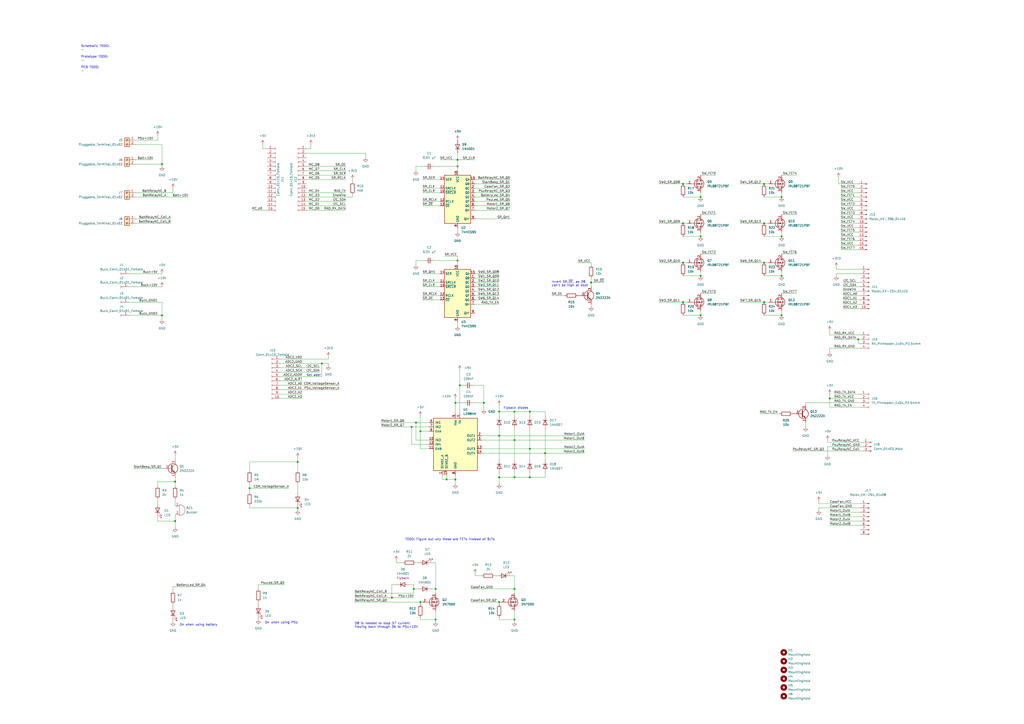
<source format=kicad_sch>
(kicad_sch (version 20211123) (generator eeschema)
  (paper "A2")
  (title_block (title "Greenhouse control unit") (date "2022-03-27") (rev "1"))
  (junction (at 264.16 233.68))
  (junction (at 307.34 276.86))
  (junction (at 101.6 279.4))
  (junction (at 316.23 262.89))
  (junction (at 243.84 250.19))
  (junction (at 252.73 341.63))
  (junction (at 259.08 278.13))
  (junction (at 265.43 151.13))
  (junction (at 298.45 341.63))
  (junction (at 266.7 223.52))
  (junction (at 396.24 175.26))
  (junction (at 298.45 359.41))
  (junction (at 264.16 278.13))
  (junction (at 406.4 114.3))
  (junction (at 252.73 359.41))
  (junction (at 93.98 182.88))
  (junction (at 241.3 245.11))
  (junction (at 280.67 233.68))
  (junction (at 243.84 349.25))
  (junction (at 298.45 255.27))
  (junction (at 307.34 238.76))
  (junction (at 453.39 114.3))
  (junction (at 298.45 238.76))
  (junction (at 186.69 210.82))
  (junction (at 443.23 152.4))
  (junction (at 497.84 196.85))
  (junction (at 396.24 152.4))
  (junction (at 172.72 294.64))
  (junction (at 406.4 182.88))
  (junction (at 101.6 302.26))
  (junction (at 265.43 92.71))
  (junction (at 307.34 260.35))
  (junction (at 481.33 231.14))
  (junction (at 453.39 182.88))
  (junction (at 453.39 137.16))
  (junction (at 406.4 160.02))
  (junction (at 406.4 137.16))
  (junction (at 396.24 129.54))
  (junction (at 265.43 96.52))
  (junction (at 298.45 276.86))
  (junction (at 144.78 283.21))
  (junction (at 289.56 276.86))
  (junction (at 93.98 95.25))
  (junction (at 240.03 341.63))
  (junction (at 289.56 349.25))
  (junction (at 238.76 247.65))
  (junction (at 227.33 346.71))
  (junction (at 443.23 106.68))
  (junction (at 396.24 106.68))
  (junction (at 289.56 252.73))
  (junction (at 443.23 129.54))
  (junction (at 342.9 163.83))
  (junction (at 453.39 160.02))
  (junction (at 289.56 238.76))
  (junction (at 443.23 175.26))
  (junction (at 172.72 267.97))
  (wire (pts (xy 481.33 201.93) (xy 481.33 204.47)))
  (wire (pts (xy 190.5 207.01) (xy 190.5 208.28)))
  (wire (pts (xy 177.8 101.6) (xy 200.66 101.6)))
  (wire (pts (xy 289.56 252.73) (xy 289.56 266.7)))
  (wire (pts (xy 485.14 156.21) (xy 485.14 154.94)))
  (wire (pts (xy 275.59 168.91) (xy 289.56 168.91)))
  (wire (pts (xy 265.43 148.59) (xy 265.43 151.13)))
  (wire (pts (xy 275.59 158.75) (xy 289.56 158.75)))
  (wire (pts (xy 240.03 339.09) (xy 240.03 341.63)))
  (wire (pts (xy 279.4 262.89) (xy 316.23 262.89)))
  (wire (pts (xy 177.8 96.52) (xy 200.66 96.52)))
  (wire (pts (xy 275.59 119.38) (xy 295.91 119.38)))
  (wire (pts (xy 481.33 297.18) (xy 499.11 297.18)))
  (wire (pts (xy 481.33 299.72) (xy 499.11 299.72)))
  (wire (pts (xy 100.33 351.79) (xy 100.33 350.52)))
  (wire (pts (xy 101.6 279.4) (xy 91.44 279.4)))
  (wire (pts (xy 298.45 238.76) (xy 307.34 238.76)))
  (wire (pts (xy 93.98 95.25) (xy 93.98 96.52)))
  (wire (pts (xy 487.68 137.16) (xy 497.84 137.16)))
  (wire (pts (xy 499.11 156.21) (xy 485.14 156.21)))
  (wire (pts (xy 250.19 341.63) (xy 252.73 341.63)))
  (wire (pts (xy 273.05 349.25) (xy 289.56 349.25)))
  (wire (pts (xy 100.33 359.41) (xy 100.33 360.68)))
  (wire (pts (xy 316.23 248.92) (xy 316.23 262.89)))
  (wire (pts (xy 180.34 86.36) (xy 180.34 83.82)))
  (wire (pts (xy 480.06 256.54) (xy 500.38 256.54)))
  (wire (pts (xy 406.4 137.16) (xy 406.4 134.62)))
  (wire (pts (xy 144.78 283.21) (xy 167.64 283.21)))
  (wire (pts (xy 497.84 196.85) (xy 499.11 196.85)))
  (wire (pts (xy 252.73 341.63) (xy 252.73 344.17)))
  (wire (pts (xy 204.47 114.3) (xy 204.47 113.03)))
  (wire (pts (xy 443.23 129.54) (xy 445.77 129.54)))
  (wire (pts (xy 279.4 260.35) (xy 307.34 260.35)))
  (wire (pts (xy 78.74 92.71) (xy 88.9 92.71)))
  (wire (pts (xy 487.68 132.08) (xy 497.84 132.08)))
  (wire (pts (xy 177.8 116.84) (xy 200.66 116.84)))
  (wire (pts (xy 275.59 127) (xy 295.91 127)))
  (wire (pts (xy 91.44 299.72) (xy 91.44 302.26)))
  (wire (pts (xy 78.74 111.76) (xy 100.33 111.76)))
  (wire (pts (xy 101.6 289.56) (xy 101.6 293.37)))
  (wire (pts (xy 275.59 109.22) (xy 295.91 109.22)))
  (wire (pts (xy 93.98 182.88) (xy 93.98 185.42)))
  (wire (pts (xy 342.9 163.83) (xy 342.9 166.37)))
  (wire (pts (xy 144.78 294.64) (xy 172.72 294.64)))
  (wire (pts (xy 78.74 114.3) (xy 109.22 114.3)))
  (wire (pts (xy 275.59 161.29) (xy 289.56 161.29)))
  (wire (pts (xy 481.33 194.31) (xy 499.11 194.31)))
  (wire (pts (xy 241.3 96.52) (xy 241.3 99.06)))
  (wire (pts (xy 396.24 137.16) (xy 406.4 137.16)))
  (wire (pts (xy 289.56 350.52) (xy 289.56 349.25)))
  (wire (pts (xy 241.3 255.27) (xy 241.3 245.11)))
  (wire (pts (xy 93.98 83.82) (xy 93.98 95.25)))
  (wire (pts (xy 252.73 326.39) (xy 252.73 341.63)))
  (wire (pts (xy 298.45 334.01) (xy 298.45 341.63)))
  (wire (pts (xy 241.3 151.13) (xy 241.3 153.67)))
  (wire (pts (xy 172.72 280.67) (xy 172.72 285.75)))
  (wire (pts (xy 144.78 267.97) (xy 144.78 273.05)))
  (wire (pts (xy 275.59 104.14) (xy 295.91 104.14)))
  (wire (pts (xy 429.26 152.4) (xy 443.23 152.4)))
  (wire (pts (xy 429.26 106.68) (xy 443.23 106.68)))
  (wire (pts (xy 245.11 158.75) (xy 255.27 158.75)))
  (wire (pts (xy 298.45 341.63) (xy 298.45 344.17)))
  (wire (pts (xy 162.56 218.44) (xy 186.69 218.44)))
  (wire (pts (xy 467.36 245.11) (xy 467.36 247.65)))
  (wire (pts (xy 177.8 88.9) (xy 212.09 88.9)))
  (wire (pts (xy 406.4 182.88) (xy 406.4 180.34)))
  (wire (pts (xy 243.84 250.19) (xy 248.92 250.19)))
  (wire (pts (xy 289.56 248.92) (xy 289.56 252.73)))
  (wire (pts (xy 275.59 332.74) (xy 275.59 334.01)))
  (wire (pts (xy 487.68 144.78) (xy 497.84 144.78)))
  (wire (pts (xy 100.33 340.36) (xy 100.33 342.9)))
  (wire (pts (xy 481.33 231.14) (xy 499.11 231.14)))
  (wire (pts (xy 227.33 339.09) (xy 229.87 339.09)))
  (wire (pts (xy 264.16 275.59) (xy 264.16 278.13)))
  (wire (pts (xy 101.6 264.16) (xy 101.6 266.7)))
  (wire (pts (xy 251.46 151.13) (xy 265.43 151.13)))
  (wire (pts (xy 275.59 114.3) (xy 295.91 114.3)))
  (wire (pts (xy 243.84 349.25) (xy 245.11 349.25)))
  (wire (pts (xy 243.84 260.35) (xy 248.92 260.35)))
  (wire (pts (xy 152.4 83.82) (xy 152.4 86.36)))
  (wire (pts (xy 93.98 271.78) (xy 77.47 271.78)))
  (wire (pts (xy 204.47 104.14) (xy 204.47 105.41)))
  (wire (pts (xy 256.54 278.13) (xy 259.08 278.13)))
  (wire (pts (xy 246.38 151.13) (xy 241.3 151.13)))
  (wire (pts (xy 406.4 147.32) (xy 415.29 147.32)))
  (wire (pts (xy 488.95 166.37) (xy 499.11 166.37)))
  (wire (pts (xy 487.68 109.22) (xy 497.84 109.22)))
  (wire (pts (xy 307.34 274.32) (xy 307.34 276.86)))
  (wire (pts (xy 316.23 276.86) (xy 307.34 276.86)))
  (wire (pts (xy 350.52 163.83) (xy 342.9 163.83)))
  (wire (pts (xy 177.8 104.14) (xy 200.66 104.14)))
  (wire (pts (xy 229.87 326.39) (xy 233.68 326.39)))
  (wire (pts (xy 429.26 175.26) (xy 443.23 175.26)))
  (wire (pts (xy 74.93 166.37) (xy 93.98 166.37)))
  (wire (pts (xy 275.59 163.83) (xy 289.56 163.83)))
  (wire (pts (xy 101.6 302.26) (xy 101.6 306.07)))
  (wire (pts (xy 165.1 339.09) (xy 149.86 339.09)))
  (wire (pts (xy 275.59 334.01) (xy 279.4 334.01)))
  (wire (pts (xy 481.33 236.22) (xy 499.11 236.22)))
  (wire (pts (xy 307.34 238.76) (xy 307.34 241.3)))
  (wire (pts (xy 266.7 223.52) (xy 266.7 240.03)))
  (wire (pts (xy 453.39 170.18) (xy 462.28 170.18)))
  (wire (pts (xy 499.11 201.93) (xy 481.33 201.93)))
  (wire (pts (xy 289.56 238.76) (xy 298.45 238.76)))
  (wire (pts (xy 342.9 176.53) (xy 342.9 177.8)))
  (wire (pts (xy 298.45 276.86) (xy 307.34 276.86)))
  (wire (pts (xy 275.59 106.68) (xy 295.91 106.68)))
  (wire (pts (xy 443.23 152.4) (xy 445.77 152.4)))
  (wire (pts (xy 287.02 334.01) (xy 288.29 334.01)))
  (wire (pts (xy 243.84 359.41) (xy 252.73 359.41)))
  (wire (pts (xy 488.95 171.45) (xy 499.11 171.45)))
  (wire (pts (xy 483.87 196.85) (xy 497.84 196.85)))
  (wire (pts (xy 100.33 109.22) (xy 100.33 111.76)))
  (wire (pts (xy 396.24 152.4) (xy 398.78 152.4)))
  (wire (pts (xy 289.56 274.32) (xy 289.56 276.86)))
  (wire (pts (xy 162.56 220.98) (xy 175.26 220.98)))
  (wire (pts (xy 144.78 283.21) (xy 144.78 285.75)))
  (wire (pts (xy 443.23 106.68) (xy 445.77 106.68)))
  (wire (pts (xy 162.56 231.14) (xy 175.26 231.14)))
  (wire (pts (xy 265.43 96.52) (xy 265.43 99.06)))
  (wire (pts (xy 298.45 255.27) (xy 298.45 266.7)))
  (wire (pts (xy 279.4 255.27) (xy 298.45 255.27)))
  (wire (pts (xy 149.86 339.09) (xy 149.86 341.63)))
  (wire (pts (xy 252.73 354.33) (xy 252.73 359.41)))
  (wire (pts (xy 382.27 175.26) (xy 396.24 175.26)))
  (wire (pts (xy 474.98 294.64) (xy 499.11 294.64)))
  (wire (pts (xy 289.56 349.25) (xy 290.83 349.25)))
  (wire (pts (xy 177.8 121.92) (xy 200.66 121.92)))
  (wire (pts (xy 186.69 210.82) (xy 190.5 210.82)))
  (wire (pts (xy 177.8 119.38) (xy 200.66 119.38)))
  (wire (pts (xy 144.78 267.97) (xy 172.72 267.97)))
  (wire (pts (xy 289.56 234.95) (xy 289.56 238.76)))
  (wire (pts (xy 467.36 233.68) (xy 499.11 233.68)))
  (wire (pts (xy 119.38 340.36) (xy 100.33 340.36)))
  (wire (pts (xy 487.68 139.7) (xy 497.84 139.7)))
  (wire (pts (xy 144.78 293.37) (xy 144.78 294.64)))
  (wire (pts (xy 74.93 175.26) (xy 93.98 175.26)))
  (wire (pts (xy 172.72 294.64) (xy 172.72 295.91)))
  (wire (pts (xy 486.41 102.87) (xy 486.41 106.68)))
  (wire (pts (xy 488.95 176.53) (xy 499.11 176.53)))
  (wire (pts (xy 499.11 199.39) (xy 497.84 199.39)))
  (wire (pts (xy 280.67 223.52) (xy 274.32 223.52)))
  (wire (pts (xy 257.81 148.59) (xy 265.43 148.59)))
  (wire (pts (xy 252.73 326.39) (xy 250.19 326.39)))
  (wire (pts (xy 440.69 240.03) (xy 452.12 240.03)))
  (wire (pts (xy 245.11 111.76) (xy 255.27 111.76)))
  (wire (pts (xy 275.59 116.84) (xy 295.91 116.84)))
  (wire (pts (xy 289.56 358.14) (xy 289.56 359.41)))
  (wire (pts (xy 246.38 96.52) (xy 241.3 96.52)))
  (wire (pts (xy 275.59 111.76) (xy 295.91 111.76)))
  (wire (pts (xy 205.74 349.25) (xy 243.84 349.25)))
  (wire (pts (xy 243.84 250.19) (xy 243.84 260.35)))
  (wire (pts (xy 429.26 129.54) (xy 443.23 129.54)))
  (wire (pts (xy 289.56 359.41) (xy 298.45 359.41)))
  (wire (pts (xy 481.33 304.8) (xy 499.11 304.8)))
  (wire (pts (xy 289.56 252.73) (xy 339.09 252.73)))
  (wire (pts (xy 264.16 233.68) (xy 264.16 240.03)))
  (wire (pts (xy 264.16 278.13) (xy 264.16 280.67)))
  (wire (pts (xy 212.09 88.9) (xy 212.09 91.44)))
  (wire (pts (xy 275.59 121.92) (xy 295.91 121.92)))
  (wire (pts (xy 91.44 279.4) (xy 91.44 281.94)))
  (wire (pts (xy 248.92 255.27) (xy 241.3 255.27)))
  (wire (pts (xy 245.11 119.38) (xy 255.27 119.38)))
  (wire (pts (xy 307.34 260.35) (xy 307.34 266.7)))
  (wire (pts (xy 275.59 92.71) (xy 265.43 92.71)))
  (wire (pts (xy 316.23 274.32) (xy 316.23 276.86)))
  (wire (pts (xy 220.98 245.11) (xy 241.3 245.11)))
  (wire (pts (xy 243.84 358.14) (xy 243.84 359.41)))
  (wire (pts (xy 289.56 238.76) (xy 289.56 241.3)))
  (wire (pts (xy 474.98 290.83) (xy 474.98 292.1)))
  (wire (pts (xy 149.86 358.14) (xy 149.86 359.41)))
  (wire (pts (xy 245.11 116.84) (xy 255.27 116.84)))
  (wire (pts (xy 298.45 238.76) (xy 298.45 241.3)))
  (wire (pts (xy 101.6 279.4) (xy 101.6 281.94)))
  (wire (pts (xy 78.74 95.25) (xy 93.98 95.25)))
  (wire (pts (xy 396.24 114.3) (xy 406.4 114.3)))
  (wire (pts (xy 443.23 182.88) (xy 453.39 182.88)))
  (wire (pts (xy 481.33 191.77) (xy 481.33 194.31)))
  (wire (pts (xy 453.39 160.02) (xy 453.39 157.48)))
  (wire (pts (xy 245.11 104.14) (xy 255.27 104.14)))
  (wire (pts (xy 265.43 92.71) (xy 265.43 96.52)))
  (wire (pts (xy 443.23 114.3) (xy 453.39 114.3)))
  (wire (pts (xy 487.68 124.46) (xy 497.84 124.46)))
  (wire (pts (xy 488.95 163.83) (xy 499.11 163.83)))
  (wire (pts (xy 481.33 231.14) (xy 481.33 236.22)))
  (wire (pts (xy 265.43 134.62) (xy 265.43 132.08)))
  (wire (pts (xy 483.87 228.6) (xy 499.11 228.6)))
  (wire (pts (xy 487.68 134.62) (xy 497.84 134.62)))
  (wire (pts (xy 487.68 114.3) (xy 497.84 114.3)))
  (wire (pts (xy 162.56 208.28) (xy 190.5 208.28)))
  (wire (pts (xy 453.39 124.46) (xy 462.28 124.46)))
  (wire (pts (xy 342.9 161.29) (xy 342.9 163.83)))
  (wire (pts (xy 487.68 116.84) (xy 497.84 116.84)))
  (wire (pts (xy 177.8 111.76) (xy 200.66 111.76)))
  (wire (pts (xy 382.27 106.68) (xy 396.24 106.68)))
  (wire (pts (xy 78.74 81.28) (xy 91.44 81.28)))
  (wire (pts (xy 275.59 166.37) (xy 289.56 166.37)))
  (wire (pts (xy 474.98 295.91) (xy 474.98 294.64)))
  (wire (pts (xy 487.68 119.38) (xy 497.84 119.38)))
  (wire (pts (xy 177.8 114.3) (xy 204.47 114.3)))
  (wire (pts (xy 91.44 302.26) (xy 101.6 302.26)))
  (wire (pts (xy 162.56 228.6) (xy 175.26 228.6)))
  (wire (pts (xy 274.32 233.68) (xy 280.67 233.68)))
  (wire (pts (xy 497.84 196.85) (xy 497.84 199.39)))
  (wire (pts (xy 162.56 213.36) (xy 185.42 213.36)))
  (wire (pts (xy 487.68 142.24) (xy 497.84 142.24)))
  (wire (pts (xy 101.6 276.86) (xy 101.6 279.4)))
  (wire (pts (xy 298.45 248.92) (xy 298.45 255.27)))
  (wire (pts (xy 251.46 96.52) (xy 265.43 96.52)))
  (wire (pts (xy 238.76 247.65) (xy 248.92 247.65)))
  (wire (pts (xy 74.93 182.88) (xy 93.98 182.88)))
  (wire (pts (xy 245.11 166.37) (xy 255.27 166.37)))
  (wire (pts (xy 289.56 276.86) (xy 298.45 276.86)))
  (wire (pts (xy 453.39 137.16) (xy 453.39 134.62)))
  (wire (pts (xy 243.84 349.25) (xy 243.84 350.52)))
  (wire (pts (xy 487.68 127) (xy 497.84 127)))
  (wire (pts (xy 481.33 302.26) (xy 499.11 302.26)))
  (wire (pts (xy 255.27 92.71) (xy 265.43 92.71)))
  (wire (pts (xy 485.14 158.75) (xy 485.14 160.02)))
  (wire (pts (xy 298.45 354.33) (xy 298.45 359.41)))
  (wire (pts (xy 342.9 152.4) (xy 342.9 153.67)))
  (wire (pts (xy 172.72 267.97) (xy 172.72 273.05)))
  (wire (pts (xy 295.91 334.01) (xy 298.45 334.01)))
  (wire (pts (xy 240.03 341.63) (xy 240.03 344.17)))
  (wire (pts (xy 264.16 231.14) (xy 264.16 233.68)))
  (wire (pts (xy 275.59 173.99) (xy 289.56 173.99)))
  (wire (pts (xy 487.68 121.92) (xy 497.84 121.92)))
  (wire (pts (xy 101.6 298.45) (xy 101.6 302.26)))
  (wire (pts (xy 480.06 255.27) (xy 480.06 256.54)))
  (wire (pts (xy 93.98 175.26) (xy 93.98 182.88)))
  (wire (pts (xy 480.06 259.08) (xy 500.38 259.08)))
  (wire (pts (xy 443.23 175.26) (xy 445.77 175.26)))
  (wire (pts (xy 162.56 226.06) (xy 196.85 226.06)))
  (wire (pts (xy 316.23 241.3) (xy 316.23 238.76)))
  (wire (pts (xy 245.11 109.22) (xy 255.27 109.22)))
  (wire (pts (xy 459.74 261.62) (xy 500.38 261.62)))
  (wire (pts (xy 78.74 129.54) (xy 99.06 129.54)))
  (wire (pts (xy 486.41 106.68) (xy 497.84 106.68)))
  (wire (pts (xy 241.3 245.11) (xy 248.92 245.11)))
  (wire (pts (xy 443.23 137.16) (xy 453.39 137.16)))
  (wire (pts (xy 256.54 275.59) (xy 256.54 278.13)))
  (wire (pts (xy 474.98 292.1) (xy 499.11 292.1)))
  (wire (pts (xy 307.34 238.76) (xy 316.23 238.76)))
  (wire (pts (xy 467.36 234.95) (xy 467.36 233.68)))
  (wire (pts (xy 252.73 360.68) (xy 252.73 359.41)))
  (wire (pts (xy 152.4 86.36) (xy 154.94 86.36)))
  (wire (pts (xy 240.03 341.63) (xy 242.57 341.63)))
  (wire (pts (xy 149.86 350.52) (xy 149.86 349.25)))
  (wire (pts (xy 298.45 255.27) (xy 339.09 255.27)))
  (wire (pts (xy 259.08 275.59) (xy 259.08 278.13)))
  (wire (pts (xy 177.8 99.06) (xy 200.66 99.06)))
  (wire (pts (xy 499.11 158.75) (xy 485.14 158.75)))
  (wire (pts (xy 307.34 248.92) (xy 307.34 260.35)))
  (wire (pts (xy 316.23 262.89) (xy 339.09 262.89)))
  (wire (pts (xy 316.23 262.89) (xy 316.23 266.7)))
  (wire (pts (xy 74.93 158.75) (xy 93.98 158.75)))
  (wire (pts (xy 78.74 127) (xy 99.06 127)))
  (wire (pts (xy 487.68 111.76) (xy 497.84 111.76)))
  (wire (pts (xy 280.67 233.68) (xy 280.67 223.52)))
  (wire (pts (xy 238.76 247.65) (xy 238.76 257.81)))
  (wire (pts (xy 190.5 212.09) (xy 190.5 210.82)))
  (wire (pts (xy 396.24 182.88) (xy 406.4 182.88)))
  (wire (pts (xy 265.43 151.13) (xy 265.43 153.67)))
  (wire (pts (xy 265.43 88.9) (xy 265.43 92.71)))
  (wire (pts (xy 298.45 274.32) (xy 298.45 276.86)))
  (wire (pts (xy 241.3 326.39) (xy 242.57 326.39)))
  (wire (pts (xy 462.28 101.6) (xy 453.39 101.6)))
  (wire (pts (xy 307.34 260.35) (xy 339.09 260.35)))
  (wire (pts (xy 162.56 215.9) (xy 185.42 215.9)))
  (wire (pts (xy 245.11 163.83) (xy 255.27 163.83)))
  (wire (pts (xy 406.4 114.3) (xy 406.4 111.76)))
  (wire (pts (xy 320.04 171.45) (xy 327.66 171.45)))
  (wire (pts (xy 415.29 101.6) (xy 406.4 101.6)))
  (wire (pts (xy 335.28 152.4) (xy 342.9 152.4)))
  (wire (pts (xy 259.08 278.13) (xy 264.16 278.13)))
  (wire (pts (xy 488.95 173.99) (xy 499.11 173.99)))
  (wire (pts (xy 266.7 214.63) (xy 266.7 223.52)))
  (wire (pts (xy 488.95 168.91) (xy 499.11 168.91)))
  (wire (pts (xy 205.74 346.71) (xy 227.33 346.71)))
  (wire (pts (xy 382.27 152.4) (xy 396.24 152.4)))
  (wire (pts (xy 78.74 83.82) (xy 93.98 83.82)))
  (wire (pts (xy 220.98 247.65) (xy 238.76 247.65)))
  (wire (pts (xy 487.68 129.54) (xy 497.84 129.54)))
  (wire (pts (xy 245.11 173.99) (xy 255.27 173.99)))
  (wire (pts (xy 453.39 182.88) (xy 453.39 180.34)))
  (wire (pts (xy 245.11 171.45) (xy 255.27 171.45)))
  (wire (pts (xy 396.24 160.02) (xy 406.4 160.02)))
  (wire (pts (xy 177.8 86.36) (xy 180.34 86.36)))
  (wire (pts (xy 453.39 114.3) (xy 453.39 111.76)))
  (wire (pts (xy 238.76 257.81) (xy 248.92 257.81)))
  (wire (pts (xy 162.56 223.52) (xy 196.85 223.52)))
  (wire (pts (xy 481.33 228.6) (xy 481.33 231.14)))
  (wire (pts (xy 406.4 170.18) (xy 415.29 170.18)))
  (wire (pts (xy 275.59 176.53) (xy 289.56 176.53)))
  (wire (pts (xy 289.56 276.86) (xy 289.56 280.67)))
  (wire (pts (xy 443.23 160.02) (xy 453.39 160.02)))
  (wire (pts (xy 266.7 223.52) (xy 269.24 223.52)))
  (wire (pts (xy 172.72 265.43) (xy 172.72 267.97)))
  (wire (pts (xy 280.67 233.68) (xy 280.67 237.49)))
  (wire (pts (xy 227.33 346.71) (xy 240.03 346.71)))
  (wire (pts (xy 396.24 129.54) (xy 398.78 129.54)))
  (wire (pts (xy 186.69 210.82) (xy 186.69 218.44)))
  (wire (pts (xy 382.27 129.54) (xy 396.24 129.54)))
  (wire (pts (xy 453.39 147.32) (xy 462.28 147.32)))
  (wire (pts (xy 406.4 124.46) (xy 415.29 124.46)))
  (wire (pts (xy 279.4 252.73) (xy 289.56 252.73)))
  (wire (pts (xy 162.56 210.82) (xy 186.69 210.82)))
  (wire (pts (xy 264.16 233.68) (xy 269.24 233.68)))
  (wire (pts (xy 227.33 339.09) (xy 227.33 346.71)))
  (wire (pts (xy 480.06 264.16) (xy 480.06 259.08)))
  (wire (pts (xy 243.84 241.3) (xy 243.84 250.19)))
  (wire (pts (xy 406.4 160.02) (xy 406.4 157.48)))
  (wire (pts (xy 275.59 171.45) (xy 289.56 171.45)))
  (wire (pts (xy 91.44 78.74) (xy 91.44 81.28)))
  (wire (pts (xy 298.45 360.68) (xy 298.45 359.41)))
  (wire (pts (xy 146.05 121.92) (xy 154.94 121.92)))
  (wire (pts (xy 229.87 325.12) (xy 229.87 326.39)))
  (wire (pts (xy 273.05 341.63) (xy 298.45 341.63)))
  (wire (pts (xy 488.95 179.07) (xy 499.11 179.07)))
  (wire (pts (xy 265.43 189.23) (xy 265.43 186.69)))
  (wire (pts (xy 144.78 280.67) (xy 144.78 283.21)))
  (wire (pts (xy 91.44 289.56) (xy 91.44 292.1)))
  (wire (pts (xy 172.72 293.37) (xy 172.72 294.64)))
  (wire (pts (xy 205.74 344.17) (xy 240.03 344.17)))
  (wire (pts (xy 396.24 106.68) (xy 398.78 106.68)))
  (wire (pts (xy 396.24 175.26) (xy 398.78 175.26)))
  (wire (pts (xy 237.49 339.09) (xy 240.03 339.09)))
  (text "On when using battery" (at 104.14 363.22 0) (effects (font (size 1.27 1.27)) (justify left bottom)))
  (text "D8 is needed to stop D7 current\nflowing back through D6 to PSU+10V" (at 205.74 364.49 0) (effects (font (size 1.27 1.27)) (justify left bottom)))
  (text "Flyback diodes" (at 292.1 237.49 0) (effects (font (size 1.27 1.27)) (justify left bottom)))
  (text "Set addr" (at 177.8 218.44 0) (effects (font (size 1.27 1.27)) (justify left bottom)))
  (text "TODO: Figure out why these are FETs instead of BJTs" (at 234.95 313.69 0) (effects (font (size 1.27 1.27)) (justify left bottom)))
  (text "On when using PSU" (at 153.67 361.95 0) (effects (font (size 1.27 1.27)) (justify left bottom)))
  (text "Schematic TODO: \n- \n\nPrototype TODO:\n- \n\nPCB TODO:\n- " (at 46.99 41.91 0) (effects (font (size 1.27 1.27)) (justify left bottom)))
  (text "Invert SR_~{OE}, as D8 \ncan't be high at boot" (at 320.04 166.37 0) (effects (font (size 1.27 1.27)) (justify left bottom)))
  (label "ADC2_A1" (at 175.26 226.06 180))
  (label "SW_VCC" (at 487.68 111.76 0))
  (label "SW_FET0" (at 487.68 109.22 0))
  (label "COM_VoltageSensor_A" (at 167.64 283.21 180))
  (label "BatteryLed_SR_Q4" (at 295.91 114.3 180))
  (label "PsuRelayNC_SR_Q3" (at 295.91 111.76 180))
  (label "MC_D6" (at 185.42 101.6 180))
  (label "SR_VCC" (at 257.81 148.59 0))
  (label "SW_FET3" (at 487.68 124.46 0))
  (label "MC_D0" (at 185.42 121.92 180))
  (label "ADC2_A2" (at 175.26 228.6 180))
  (label "OneWire" (at 200.66 114.3 180))
  (label "SW5_SR_Q13" (at 289.56 171.45 180))
  (label "PSU+10V" (at 88.9 81.28 180))
  (label "SW_FET0" (at 415.29 101.6 180))
  (label "SW_FET6" (at 462.28 147.32 180))
  (label "SR_SER" (at 245.11 104.14 0))
  (label "SW_FET7" (at 462.28 170.18 180))
  (label "Batt+10V" (at 88.9 92.71 180))
  (label "Motor1_SR_Q6" (at 220.98 245.11 0))
  (label "SR_OE" (at 320.04 171.45 0))
  (label "MC_A0" (at 146.05 121.92 0))
  (label "PsuRelayNC_Coil" (at 482.6 261.62 0))
  (label "SR_QH1" (at 295.91 127 180))
  (label "SW_FET1" (at 487.68 114.3 0))
  (label "PsuLed_SR_Q5" (at 295.91 116.84 180))
  (label "SW1_SR_Q09" (at 382.27 129.54 0))
  (label "BattRelayNC_Coil_A" (at 205.74 346.71 0))
  (label "ADC2_SCL" (at 175.26 213.36 180))
  (label "RAD_TX_EN" (at 440.69 240.03 0))
  (label "CaseFan_GND" (at 273.05 341.63 0))
  (label "BattRelayNC_Coil_B" (at 205.74 344.17 0))
  (label "SW6_SR_Q14" (at 289.56 173.99 180))
  (label "BattRelayNC_A" (at 96.52 114.3 180))
  (label "SW6_SR_Q14" (at 429.26 152.4 0))
  (label "ADC2_A3" (at 175.26 231.14 180))
  (label "RAD_TX_VCC" (at 483.87 231.14 0))
  (label "SW_VCC" (at 487.68 142.24 0))
  (label "PsuRelayNC_SR_Q3" (at 459.74 261.62 0))
  (label "SR_CLK" (at 245.11 109.22 0))
  (label "MC_D8" (at 185.42 96.52 180))
  (label "ADC2_ALRT" (at 175.26 220.98 180))
  (label "SW_VCC" (at 487.68 137.16 0))
  (label "SW2_SR_Q10" (at 289.56 163.83 180))
  (label "OneWire" (at 488.95 168.91 0))
  (label "Buck_GND1" (at 91.44 175.26 180))
  (label "RAD_RX_GND" (at 483.87 201.93 0))
  (label "SW7_SR_Q15" (at 429.26 175.26 0))
  (label "PsuRelayNC_VCC" (at 482.6 256.54 0))
  (label "MC_D5" (at 185.42 104.14 180))
  (label "RAD_RX_DATA" (at 483.87 196.85 0))
  (label "I2C_SCL" (at 488.95 163.83 0))
  (label "SW_FET1" (at 415.29 124.46 180))
  (label "ADC1_A3" (at 488.95 179.07 0))
  (label "ADC1_A2" (at 488.95 176.53 0))
  (label "SR_RCLK" (at 245.11 171.45 0))
  (label "SW1_SR_Q09" (at 289.56 161.29 180))
  (label "MC_D1" (at 185.42 119.38 180))
  (label "PsuLed_SR_Q5" (at 165.1 339.09 180))
  (label "SR_RCLK" (at 245.11 116.84 0))
  (label "Motor2_OutA" (at 339.09 260.35 180))
  (label "Motor1_OutA" (at 481.33 297.18 0))
  (label "BattRelayNC_SR_Q0" (at 295.91 104.14 180))
  (label "SR_CLR" (at 245.11 111.76 0))
  (label "SR_CLR" (at 275.59 92.71 180))
  (label "SW0_SR_Q08" (at 289.56 158.75 180))
  (label "ADC1_A0" (at 488.95 171.45 0))
  (label "SW_FET6" (at 487.68 139.7 0))
  (label "SR_~{OE}" (at 245.11 119.38 0))
  (label "CaseFan_SR_Q2" (at 295.91 109.22 180))
  (label "Buck_GND2" (at 91.44 182.88 180))
  (label "I2C_SDA" (at 488.95 166.37 0))
  (label "SW0_SR_Q08" (at 382.27 106.68 0))
  (label "BattRelayNC_SR_Q0" (at 205.74 349.25 0))
  (label "PSU_VoltageSensor_A" (at 196.85 226.06 180))
  (label "Motor1_OutB" (at 481.33 299.72 0))
  (label "StartBeep_SR_Q1" (at 295.91 106.68 180))
  (label "I2C_SDA" (at 185.42 215.9 180))
  (label "MC_D7" (at 185.42 99.06 180))
  (label "SW_FET2" (at 487.68 119.38 0))
  (label "SW_FET5" (at 487.68 134.62 0))
  (label "SW_FET4" (at 487.68 129.54 0))
  (label "CaseFan_GND" (at 481.33 294.64 0))
  (label "SW_FET5" (at 462.28 124.46 180))
  (label "RAD_TX_DATA" (at 483.87 228.6 0))
  (label "SR_OE" (at 200.66 96.52 180))
  (label "SW3_SR_Q11" (at 289.56 166.37 180))
  (label "BattRelayNC_Coil_A" (at 99.06 127 180))
  (label "CaseFan_SR_Q2" (at 273.05 349.25 0))
  (label "RAD_TX" (at 200.66 111.76 180))
  (label "Motor1_SR_Q6" (at 295.91 119.38 180))
  (label "Buck+10V" (at 91.44 166.37 180))
  (label "PsuRelayNC_GND" (at 482.6 259.08 0))
  (label "SR_VCC" (at 255.27 92.71 0))
  (label "SW_VCC" (at 487.68 116.84 0))
  (label "I2C_SDA" (at 200.66 116.84 180))
  (label "SW_VCC" (at 487.68 127 0))
  (label "I2C_SCL" (at 200.66 119.38 180))
  (label "MC_D2" (at 185.42 116.84 180))
  (label "MC_D4" (at 185.42 111.76 180))
  (label "ADC2_SCA" (at 175.26 215.9 180))
  (label "SR_CLK" (at 200.66 99.06 180))
  (label "MC_D3" (at 185.42 114.3 180))
  (label "SR_QH1" (at 245.11 158.75 0))
  (label "SW5_SR_Q13" (at 429.26 129.54 0))
  (label "Motor2_OutA" (at 481.33 302.26 0))
  (label "Batt+10V" (at 109.22 114.3 180))
  (label "ADC2_GND" (at 175.26 210.82 180))
  (label "SR_~{OE}" (at 350.52 163.83 180))
  (label "SR_VCC" (at 335.28 152.4 0))
  (label "Motor2_OutB" (at 339.09 262.89 180))
  (label "RAD_TX_EN" (at 483.87 236.22 0))
  (label "Motor1_OutB" (at 339.09 255.27 180))
  (label "StartBeep_SR_Q1" (at 77.47 271.78 0))
  (label "Motor2_SR_Q7" (at 295.91 121.92 180))
  (label "ADC2_ADDR" (at 175.26 218.44 180))
  (label "I2C_SCL" (at 185.42 213.36 180))
  (label "SW4_SR_Q12" (at 289.56 168.91 180))
  (label "SW_FET4" (at 462.28 101.6 180))
  (label "COM_VoltageSensor_A" (at 196.85 223.52 180))
  (label "BattRelayNC_B" (at 96.52 111.76 180))
  (label "RAD_TX_GND" (at 483.87 233.68 0))
  (label "Motor2_OutB" (at 481.33 304.8 0))
  (label "SW2_SR_Q10" (at 382.27 152.4 0))
  (label "SR_RCLK" (at 200.66 104.14 180))
  (label "Buck+5V" (at 91.44 158.75 180))
  (label "CaseFan_VCC" (at 481.33 292.1 0))
  (label "ADC1_A1" (at 488.95 173.99 0))
  (label "SW4_SR_Q12" (at 429.26 106.68 0))
  (label "SR_SER" (at 200.66 101.6 180))
  (label "BatteryLed_SR_Q4" (at 119.38 340.36 180))
  (label "RAD_TX_EN" (at 289.56 176.53 180))
  (label "SW_FET7" (at 487.68 144.78 0))
  (label "SW_FET3" (at 415.29 170.18 180))
  (label "SR_CLR" (at 245.11 166.37 0))
  (label "PSU+10V" (at 240.03 346.71 180))
  (label "ADC2_VDD" (at 175.26 208.28 180))
  (label "RAD_RX_VCC" (at 483.87 194.31 0))
  (label "SW_VCC" (at 487.68 106.68 0))
  (label "SW3_SR_Q11" (at 382.27 175.26 0))
  (label "RAD_RX_DATA" (at 200.66 121.92 180))
  (label "SW_VCC" (at 487.68 132.08 0))
  (label "SR_OE" (at 245.11 173.99 0))
  (label "SW_VCC" (at 487.68 121.92 0))
  (label "SR_CLK" (at 245.11 163.83 0))
  (label "SW_FET2" (at 415.29 147.32 180))
  (label "Motor2_SR_Q7" (at 220.98 247.65 0))
  (label "Motor1_OutA" (at 339.09 252.73 180))
  (label "BattRelayNC_Coil_B" (at 99.06 129.54 180))
  (label "ADC2_A0" (at 175.26 223.52 180))
  (symbol (lib_id "power:+5V") (at 481.33 228.6 0) (unit 1)
    (property "Reference" "#PWR052" (effects hide))
    (property "Value" "+5V" (at 481.33 223.52 0))
  )
  (symbol (lib_id "Diode:1N4007") (at 307.34 270.51 270) (unit 1)
    (property "Reference" "D16" (at 309.88 270.5099 90) (effects (justify left)))
    (property "Value" "1N4007" (effects hide))
    (property "Footprint" "Diode_THT:D_DO-41_SOD81_P10.16mm_Horizontal" (effects hide))
    (property "Datasheet" "http://www.vishay.com/docs/88503/1n4001.pdf" (effects hide))
  )
  (symbol (lib_id "power:GND") (at 485.14 160.02 0) (unit 1)
    (property "Reference" "#PWR054" (effects hide))
    (property "Value" "GND" (at 485.14 165.1 0))
  )
  (symbol (lib_id "Device:R") (at 443.23 156.21 0) (unit 1)
    (property "Reference" "R23" (at 445.77 154.9399 0) (effects (justify left)))
    (property "Value" "10k" (at 445.77 157.4799 0) (effects (justify left)))
    (property "Footprint" "Resistor_THT:R_Axial_DIN0204_L3.6mm_D1.6mm_P5.08mm_Horizontal" (effects hide))
  )
  (symbol (lib_id "Mechanical:MountingHole") (at 454.66 388.62 0) (unit 1)
    (property "Reference" "H3" (at 457.2 387.3499 0) (effects (justify left)))
    (property "Value" "MountingHole" (at 457.2 389.8899 0) (effects (justify left)))
    (property "Footprint" "MountingHole:MountingHole_3mm" (effects hide))
  )
  (symbol (lib_id "power:GND") (at 453.39 137.16 0) (unit 1)
    (property "Reference" "#PWR042" (effects hide))
    (property "Value" "GND" (at 453.39 142.24 0))
  )
  (symbol (lib_id "Connector:Conn_01x03_Male") (at 505.46 259.08 0) (mirror y) (unit 1)
    (property "Reference" "J18" (at 506.73 257.8099 0) (effects (justify right)))
    (property "Value" "Conn_01x03_Male" (at 506.73 260.3499 0) (effects (justify right)))
    (property "Footprint" "Connector_PinHeader_2.54mm:PinHeader_1x03_P2.54mm_Vertical" (effects hide))
  )
  (symbol (lib_id "Device:R") (at 91.44 285.75 0) (unit 1)
    (property "Reference" "R3" (at 93.98 284.4799 0) (effects (justify left)))
    (property "Value" "2k" (at 93.98 287.0199 0) (effects (justify left)))
    (property "Footprint" "Resistor_THT:R_Axial_DIN0207_L6.3mm_D2.5mm_P7.62mm_Horizontal" (effects hide))
  )
  (symbol (lib_id "74xx:74HC595") (at 265.43 114.3 0) (unit 1)
    (property "Reference" "U2" (at 267.4494 132.08 0) (effects (justify left)))
    (property "Value" "74HC595" (at 267.4494 134.62 0) (effects (justify left)))
    (property "Footprint" "Package_DIP:DIP-16_W7.62mm_Socket" (effects hide))
    (property "Datasheet" "http://www.ti.com/lit/ds/symlink/sn74hc595.pdf" (effects hide))
  )
  (symbol (lib_id "power:+5V") (at 93.98 158.75 0) (unit 1)
    (property "Reference" "#PWR01" (effects hide))
    (property "Value" "+5V" (at 93.98 153.67 0))
  )
  (symbol (lib_id "Mechanical:MountingHole") (at 454.66 403.86 0) (unit 1)
    (property "Reference" "H6" (at 457.2 402.5899 0) (effects (justify left)))
    (property "Value" "MountingHole" (at 457.2 405.1299 0) (effects (justify left)))
    (property "Footprint" "MountingHole:MountingHole_3mm" (effects hide))
  )
  (symbol (lib_id "Transistor_FET:2N7000") (at 295.91 349.25 0) (unit 1)
    (property "Reference" "Q3" (at 302.26 347.9799 0) (effects (justify left)))
    (property "Value" "2N7000" (at 302.26 350.5199 0) (effects (justify left)))
    (property "Footprint" "Package_TO_SOT_THT:TO-92_Inline" (effects hide))
    (property "Datasheet" "https://www.onsemi.com/pub/Collateral/NDS7002A-D.PDF" (effects hide))
  )
  (symbol (lib_id "Diode:1N4007") (at 289.56 270.51 270) (unit 1)
    (property "Reference" "D11" (at 292.1 270.5099 90) (effects (justify left)))
    (property "Value" "1N4007" (effects hide))
    (property "Footprint" "Diode_THT:D_DO-41_SOD81_P10.16mm_Horizontal" (effects hide))
    (property "Datasheet" "http://www.vishay.com/docs/88503/1n4001.pdf" (effects hide))
  )
  (symbol (lib_id "Diode:1N4007") (at 298.45 270.51 270) (unit 1)
    (property "Reference" "D14" (at 300.99 270.5099 90) (effects (justify left)))
    (property "Value" "1N4007" (effects hide))
    (property "Footprint" "Diode_THT:D_DO-41_SOD81_P10.16mm_Horizontal" (effects hide))
    (property "Datasheet" "http://www.vishay.com/docs/88503/1n4001.pdf" (effects hide))
  )
  (symbol (lib_id "power:GND") (at 406.4 160.02 0) (unit 1)
    (property "Reference" "#PWR039" (effects hide))
    (property "Value" "GND" (at 406.4 165.1 0))
  )
  (symbol (lib_id "Mechanical:MountingHole") (at 454.66 383.54 0) (unit 1)
    (property "Reference" "H2" (at 457.2 382.2699 0) (effects (justify left)))
    (property "Value" "MountingHole" (at 457.2 384.8099 0) (effects (justify left)))
    (property "Footprint" "MountingHole:MountingHole_3mm" (effects hide))
  )
  (symbol (lib_id "power:+3V3") (at 485.14 154.94 0) (unit 1)
    (property "Reference" "#PWR053" (effects hide))
    (property "Value" "+3V3" (at 485.14 149.86 0))
  )
  (symbol (lib_id "power:+3V3") (at 190.5 207.01 0) (unit 1)
    (property "Reference" "#PWR016" (effects hide))
    (property "Value" "+3V3" (at 190.5 201.93 0))
  )
  (symbol (lib_id "Device:R") (at 455.93 240.03 90) (unit 1)
    (property "Reference" "R25" (at 455.93 243.84 90))
    (property "Value" "10k" (at 455.93 246.38 90))
    (property "Footprint" "Resistor_THT:R_Axial_DIN0207_L6.3mm_D2.5mm_P7.62mm_Horizontal" (effects hide))
  )
  (symbol (lib_id "Transistor_FET:IRLB8721PBF") (at 403.86 152.4 0) (unit 1)
    (property "Reference" "Q7" (at 410.21 151.1299 0) (effects (justify left)))
    (property "Value" "IRLB8721PBF" (at 410.21 153.6699 0) (effects (justify left)))
    (property "Footprint" "Package_TO_SOT_THT:TO-220-3_Horizontal_TabDown" (effects hide))
    (property "Datasheet" "http://www.infineon.com/dgdl/irlb8721pbf.pdf?fileId=5546d462533600a40153566056732591" (effects hide))
  )
  (symbol (lib_id "Connector:Conn_01x16_Male") (at 502.92 124.46 0) (mirror y) (unit 1)
    (property "Reference" "J13" (at 504.19 124.4599 0) (effects (justify right)))
    (property "Value" "Molex_KK-396_01x16" (at 504.19 126.9999 0) (effects (justify right)))
    (property "Footprint" "Connector_Molex:Molex_KK-396_A-41791-0016_1x16_P3.96mm_Vertical" (effects hide))
  )
  (symbol (lib_id "Mechanical:MountingHole") (at 454.66 393.7 0) (unit 1)
    (property "Reference" "H4" (at 457.2 392.4299 0) (effects (justify left)))
    (property "Value" "MountingHole" (at 457.2 394.9699 0) (effects (justify left)))
    (property "Footprint" "MountingHole:MountingHole_3mm" (effects hide))
  )
  (symbol (lib_id "74xx:74HC595") (at 265.43 168.91 0) (unit 1)
    (property "Reference" "U3" (at 267.4494 186.69 0) (effects (justify left)))
    (property "Value" "74HC595" (at 267.4494 189.23 0) (effects (justify left)))
    (property "Footprint" "Package_DIP:DIP-16_W7.62mm_Socket" (effects hide))
    (property "Datasheet" "http://www.ti.com/lit/ds/symlink/sn74hc595.pdf" (effects hide))
  )
  (symbol (lib_id "Connector:Screw_Terminal_01x02") (at 73.66 81.28 0) (mirror y) (unit 1)
    (property "Reference" "J5" (at 71.12 81.2799 0) (effects (justify left)))
    (property "Value" "Pluggable_Terminal_01x02" (at 71.12 83.8199 0) (effects (justify left)))
    (property "Footprint" "TerminalBlock_Phoenix:TerminalBlock_Phoenix_MKDS-1,5-2-5.08_1x02_P5.08mm_Horizontal" (effects hide))
  )
  (symbol (lib_id "Device:R") (at 243.84 354.33 180) (unit 1)
    (property "Reference" "R12" (at 241.3 353.0599 0) (effects (justify left)))
    (property "Value" "10k" (at 241.3 355.5999 0) (effects (justify left)))
    (property "Footprint" "Resistor_THT:R_Axial_DIN0207_L6.3mm_D2.5mm_P7.62mm_Horizontal" (effects hide))
  )
  (symbol (lib_id "power:GND") (at 190.5 212.09 0) (unit 1)
    (property "Reference" "#PWR017" (effects hide))
    (property "Value" "GND" (at 190.5 217.17 0))
  )
  (symbol (lib_id "Device:R") (at 283.21 334.01 90) (unit 1)
    (property "Reference" "R13" (at 283.21 327.66 90))
    (property "Value" "2k" (at 283.21 330.2 90))
    (property "Footprint" "Resistor_THT:R_Axial_DIN0207_L6.3mm_D2.5mm_P7.62mm_Horizontal" (effects hide))
  )
  (symbol (lib_id "power:GND") (at 467.36 247.65 0) (unit 1)
    (property "Reference" "#PWR045" (effects hide))
    (property "Value" "GND" (at 467.36 252.73 0))
  )
  (symbol (lib_id "Device:D") (at 246.38 341.63 180) (unit 1)
    (property "Reference" "D8" (at 246.38 335.28 0))
    (property "Value" "1N4001" (at 246.38 337.82 0))
    (property "Footprint" "Diode_THT:D_DO-41_SOD81_P10.16mm_Horizontal" (effects hide))
  )
  (symbol (lib_id "Device:D") (at 233.68 339.09 0) (unit 1)
    (property "Reference" "D6" (at 233.68 330.2 0))
    (property "Value" "1N4001" (at 233.68 332.74 0))
    (property "Footprint" "Diode_THT:D_DO-41_SOD81_P10.16mm_Horizontal" (effects hide))
    (property "Field4" "Flyback" (at 233.68 335.28 0))
  )
  (symbol (lib_id "Connector:Conn_01x01_Female") (at 69.85 158.75 180) (unit 1)
    (property "Reference" "J1" (at 70.485 153.67 0))
    (property "Value" "Buck_Conn_01x01_Female" (at 70.485 156.21 0))
    (property "Footprint" "Connector_PinSocket_2.54mm:PinSocket_1x01_P2.54mm_Vertical" (effects hide))
  )
  (symbol (lib_id "Device:LED") (at 100.33 355.6 90) (unit 1)
    (property "Reference" "D3" (at 104.14 355.9174 90) (effects (justify right)))
    (property "Value" "LED" (at 104.14 358.4574 90) (effects (justify right)))
    (property "Footprint" "LED_THT:LED_D5.0mm" (effects hide))
  )
  (symbol (lib_id "power:+10V") (at 100.33 109.22 0) (unit 1)
    (property "Reference" "#PWR?" (effects hide))
    (property "Value" "+10V" (at 100.33 104.14 0))
  )
  (symbol (lib_id "power:GND") (at 172.72 295.91 0) (unit 1)
    (property "Reference" "#PWR010" (effects hide))
    (property "Value" "GND" (at 172.72 300.99 0))
  )
  (symbol (lib_id "Transistor_FET:IRLB8721PBF") (at 403.86 175.26 0) (unit 1)
    (property "Reference" "Q8" (at 410.21 173.9899 0) (effects (justify left)))
    (property "Value" "IRLB8721PBF" (at 410.21 176.5299 0) (effects (justify left)))
    (property "Footprint" "Package_TO_SOT_THT:TO-220-3_Horizontal_TabDown" (effects hide))
    (property "Datasheet" "http://www.infineon.com/dgdl/irlb8721pbf.pdf?fileId=5546d462533600a40153566056732591" (effects hide))
  )
  (symbol (lib_id "Device:C_Small") (at 248.92 151.13 90) (unit 1)
    (property "Reference" "C2" (at 248.92 143.51 90))
    (property "Value" "0.01 μf" (at 248.92 146.05 90))
    (property "Footprint" "Capacitor_THT:C_Disc_D3.0mm_W1.6mm_P2.50mm" (effects hide))
  )
  (symbol (lib_id "Device:R") (at 396.24 179.07 0) (unit 1)
    (property "Reference" "R20" (at 398.78 177.7999 0) (effects (justify left)))
    (property "Value" "10k" (at 398.78 180.3399 0) (effects (justify left)))
    (property "Footprint" "Resistor_THT:R_Axial_DIN0204_L3.6mm_D1.6mm_P5.08mm_Horizontal" (effects hide))
  )
  (symbol (lib_id "Diode:1N4001") (at 265.43 85.09 90) (unit 1)
    (property "Reference" "D9" (at 267.97 83.8199 90) (effects (justify right)))
    (property "Value" "1N4001" (at 267.97 86.3599 90) (effects (justify right)))
    (property "Footprint" "Diode_THT:D_DO-41_SOD81_P10.16mm_Horizontal" (effects hide))
    (property "Datasheet" "http://www.vishay.com/docs/88503/1n4001.pdf" (effects hide))
  )
  (symbol (lib_id "power:GND") (at 474.98 295.91 0) (unit 1)
    (property "Reference" "#PWR047" (effects hide))
    (property "Value" "GND" (at 474.98 300.99 0))
  )
  (symbol (lib_id "Device:R") (at 396.24 156.21 0) (unit 1)
    (property "Reference" "R19" (at 398.78 154.9399 0) (effects (justify left)))
    (property "Value" "10k" (at 398.78 157.4799 0) (effects (justify left)))
    (property "Footprint" "Resistor_THT:R_Axial_DIN0204_L3.6mm_D1.6mm_P5.08mm_Horizontal" (effects hide))
  )
  (symbol (lib_id "power:GND") (at 93.98 96.52 0) (unit 1)
    (property "Reference" "#PWR06" (effects hide))
    (property "Value" "GND" (at 93.98 101.6 0))
  )
  (symbol (lib_id "Connector:Conn_01x15_Female") (at 160.02 104.14 0) (unit 1)
    (property "Reference" "J11" (at 163.83 104.14 90))
    (property "Value" "Conn_01x15_Female" (at 161.29 104.14 90))
    (property "Footprint" "Connector_PinSocket_2.54mm:PinSocket_1x15_P2.54mm_Vertical" (effects hide))
  )
  (symbol (lib_id "Diode:1N4007") (at 289.56 245.11 270) (unit 1)
    (property "Reference" "D10" (at 292.1 245.1099 90) (effects (justify left)))
    (property "Value" "1N4007" (effects hide))
    (property "Footprint" "Diode_THT:D_DO-41_SOD81_P10.16mm_Horizontal" (effects hide))
    (property "Datasheet" "http://www.vishay.com/docs/88503/1n4001.pdf" (effects hide))
  )
  (symbol (lib_id "Device:R") (at 237.49 326.39 90) (unit 1)
    (property "Reference" "R11" (at 237.49 320.04 90))
    (property "Value" "2k" (at 237.49 322.58 90))
    (property "Footprint" "Resistor_THT:R_Axial_DIN0207_L6.3mm_D2.5mm_P7.62mm_Horizontal" (effects hide))
  )
  (symbol (lib_id "Device:R") (at 204.47 109.22 0) (unit 1)
    (property "Reference" "R10" (at 207.01 107.9499 0) (effects (justify left)))
    (property "Value" "4k6" (at 207.01 110.4899 0) (effects (justify left)))
    (property "Footprint" "Resistor_THT:R_Axial_DIN0207_L6.3mm_D2.5mm_P7.62mm_Horizontal" (effects hide))
  )
  (symbol (lib_id "Connector:Conn_01x10_Female") (at 157.48 218.44 0) (mirror y) (unit 1)
    (property "Reference" "J10" (at 158.115 203.2 0))
    (property "Value" "Conn_01x10_Female" (at 158.115 205.74 0))
    (property "Footprint" "Connector_PinSocket_2.54mm:PinSocket_1x10_P2.54mm_Vertical" (effects hide))
  )
  (symbol (lib_id "power:+5V") (at 243.84 241.3 0) (unit 1)
    (property "Reference" "#PWR023" (effects hide))
    (property "Value" "+5V" (at 243.84 236.22 0))
  )
  (symbol (lib_id "Connector:Conn_01x01_Female") (at 69.85 182.88 180) (unit 1)
    (property "Reference" "J4" (at 70.485 177.8 0))
    (property "Value" "Buck_Conn_01x01_Female" (at 70.485 180.34 0))
    (property "Footprint" "Connector_PinSocket_2.54mm:PinSocket_1x01_P2.54mm_Vertical" (effects hide))
  )
  (symbol (lib_id "Nick:2N2222A") (at 99.06 271.78 0) (unit 1)
    (property "Reference" "Q1" (at 104.14 270.5099 0) (effects (justify left)))
    (property "Value" "2N2222A" (at 104.14 273.0499 0) (effects (justify left)))
    (property "Footprint" "Package_TO_SOT_THT:TO-92_Inline" (effects hide))
    (property "Datasheet" "https://www.onsemi.com/pub/Collateral/2N3903-D.PDF" (effects hide))
  )
  (symbol (lib_id "Device:R") (at 396.24 110.49 0) (unit 1)
    (property "Reference" "R17" (at 398.78 109.2199 0) (effects (justify left)))
    (property "Value" "10k" (at 398.78 111.7599 0) (effects (justify left)))
    (property "Footprint" "Resistor_THT:R_Axial_DIN0204_L3.6mm_D1.6mm_P5.08mm_Horizontal" (effects hide))
  )
  (symbol (lib_id "Transistor_FET:2N7000") (at 250.19 349.25 0) (unit 1)
    (property "Reference" "Q2" (at 256.54 347.9799 0) (effects (justify left)))
    (property "Value" "2N7000" (at 256.54 350.5199 0) (effects (justify left)))
    (property "Footprint" "Package_TO_SOT_THT:TO-92_Inline" (effects hide))
    (property "Datasheet" "https://www.onsemi.com/pub/Collateral/NDS7002A-D.PDF" (effects hide))
  )
  (symbol (lib_id "power:+5V") (at 152.4 83.82 0) (unit 1)
    (property "Reference" "#PWR011" (effects hide))
    (property "Value" "+5V" (at 152.4 78.74 0))
  )
  (symbol (lib_id "Device:R") (at 443.23 110.49 0) (unit 1)
    (property "Reference" "R21" (at 445.77 109.2199 0) (effects (justify left)))
    (property "Value" "10k" (at 445.77 111.7599 0) (effects (justify left)))
    (property "Footprint" "Resistor_THT:R_Axial_DIN0204_L3.6mm_D1.6mm_P5.08mm_Horizontal" (effects hide))
  )
  (symbol (lib_id "power:+10V") (at 91.44 78.74 0) (unit 1)
    (property "Reference" "#PWR?" (effects hide))
    (property "Value" "+10V" (at 91.44 73.66 0))
  )
  (symbol (lib_id "power:GND") (at 264.16 280.67 0) (unit 1)
    (property "Reference" "#PWR026" (effects hide))
    (property "Value" "GND" (at 264.16 285.75 0))
  )
  (symbol (lib_id "Device:LED") (at 292.1 334.01 180) (unit 1)
    (property "Reference" "D12" (at 293.6875 326.39 0))
    (property "Value" "LED" (at 293.6875 328.93 0))
    (property "Footprint" "LED_THT:LED_D5.0mm" (effects hide))
  )
  (symbol (lib_id "power:+10V") (at 264.16 231.14 0) (unit 1)
    (property "Reference" "#PWR025" (effects hide))
    (property "Value" "+10V" (at 261.62 229.8699 0) (effects (justify right)))
  )
  (symbol (lib_id "Diode:1N4007") (at 307.34 245.11 270) (unit 1)
    (property "Reference" "D15" (at 309.88 245.1099 90) (effects (justify left)))
    (property "Value" "1N4007" (effects hide))
    (property "Footprint" "Diode_THT:D_DO-41_SOD81_P10.16mm_Horizontal" (effects hide))
    (property "Datasheet" "http://www.vishay.com/docs/88503/1n4001.pdf" (effects hide))
  )
  (symbol (lib_id "Diode:1N4007") (at 316.23 270.51 270) (unit 1)
    (property "Reference" "D18" (at 318.77 269.2399 90) (effects (justify left)))
    (property "Value" "1N4007" (at 318.77 271.7799 90) (effects (justify left)))
    (property "Footprint" "Diode_THT:D_DO-41_SOD81_P10.16mm_Horizontal" (effects hide))
    (property "Datasheet" "http://www.vishay.com/docs/88503/1n4001.pdf" (effects hide))
  )
  (symbol (lib_id "Connector:Conn_01x10_Male") (at 504.19 166.37 0) (mirror y) (unit 1)
    (property "Reference" "J14" (at 505.46 166.3699 0) (effects (justify right)))
    (property "Value" "Molex_KK-254_01x10" (at 505.46 168.9099 0) (effects (justify right)))
    (property "Footprint" "Connector_Molex:Molex_KK-254_AE-6410-10A_1x10_P2.54mm_Vertical" (effects hide))
  )
  (symbol (lib_id "Device:R") (at 144.78 289.56 0) (unit 1)
    (property "Reference" "R6" (at 147.32 288.2899 0) (effects (justify left)))
    (property "Value" "220k" (at 147.32 290.8299 0) (effects (justify left)))
    (property "Footprint" "Resistor_THT:R_Axial_DIN0207_L6.3mm_D2.5mm_P7.62mm_Horizontal" (effects hide))
  )
  (symbol (lib_id "Device:R") (at 443.23 133.35 0) (unit 1)
    (property "Reference" "R22" (at 445.77 132.0799 0) (effects (justify left)))
    (property "Value" "10k" (at 445.77 134.6199 0) (effects (justify left)))
    (property "Footprint" "Resistor_THT:R_Axial_DIN0204_L3.6mm_D1.6mm_P5.08mm_Horizontal" (effects hide))
  )
  (symbol (lib_id "Device:LED") (at 149.86 354.33 90) (unit 1)
    (property "Reference" "D5" (at 153.67 354.6474 90) (effects (justify right)))
    (property "Value" "LED" (at 153.67 357.1874 90) (effects (justify right)))
    (property "Footprint" "LED_THT:LED_D5.0mm" (effects hide))
  )
  (symbol (lib_id "power:+5V") (at 480.06 255.27 0) (unit 1)
    (property "Reference" "#PWR048" (effects hide))
    (property "Value" "+5V" (at 480.06 250.19 0))
  )
  (symbol (lib_id "power:+5V") (at 101.6 264.16 0) (unit 1)
    (property "Reference" "#PWR04" (effects hide))
    (property "Value" "+5V" (at 101.6 259.08 0))
  )
  (symbol (lib_id "power:+10V") (at 93.98 166.37 0) (unit 1)
    (property "Reference" "#PWR02" (effects hide))
    (property "Value" "+10V" (at 93.98 161.29 0))
  )
  (symbol (lib_id "power:GND") (at 252.73 360.68 0) (unit 1)
    (property "Reference" "#PWR024" (effects hide))
    (property "Value" "GND" (at 252.73 365.76 0))
  )
  (symbol (lib_id "Device:C_Small") (at 271.78 223.52 270) (unit 1)
    (property "Reference" "C3" (at 271.7736 217.17 90))
    (property "Value" "100nF" (at 271.7736 219.71 90))
    (property "Footprint" "Capacitor_THT:C_Disc_D4.7mm_W2.5mm_P5.00mm" (effects hide))
  )
  (symbol (lib_id "power:GND") (at 149.86 359.41 0) (unit 1)
    (property "Reference" "#PWR012" (effects hide))
    (property "Value" "GND" (at 149.86 364.49 0))
  )
  (symbol (lib_id "power:GND") (at 453.39 160.02 0) (unit 1)
    (property "Reference" "#PWR043" (effects hide))
    (property "Value" "GND" (at 453.39 165.1 0))
  )
  (symbol (lib_id "Diode:1N4007") (at 316.23 245.11 270) (unit 1)
    (property "Reference" "D17" (at 318.77 243.8399 90) (effects (justify left)))
    (property "Value" "1N4007" (at 318.77 246.3799 90) (effects (justify left)))
    (property "Footprint" "Diode_THT:D_DO-41_SOD81_P10.16mm_Horizontal" (effects hide))
    (property "Datasheet" "http://www.vishay.com/docs/88503/1n4001.pdf" (effects hide))
  )
  (symbol (lib_id "Device:C_Small") (at 271.78 233.68 90) (unit 1)
    (property "Reference" "C4" (at 271.7863 227.33 90))
    (property "Value" "100nF" (at 271.7863 229.87 90))
    (property "Footprint" "Capacitor_THT:C_Disc_D4.7mm_W2.5mm_P5.00mm" (effects hide))
  )
  (symbol (lib_id "Connector:Screw_Terminal_01x02") (at 73.66 127 0) (mirror y) (unit 1)
    (property "Reference" "J8" (at 71.12 126.9999 0) (effects (justify left)))
    (property "Value" "Pluggable_Terminal_01x02" (at 71.12 129.5399 0) (effects (justify left)))
    (property "Footprint" "TerminalBlock_Phoenix:TerminalBlock_Phoenix_MKDS-1,5-2-5.08_1x02_P5.08mm_Horizontal" (effects hide))
  )
  (symbol (lib_id "power:GND") (at 212.09 91.44 0) (unit 1)
    (property "Reference" "#PWR019" (effects hide))
    (property "Value" "GND" (at 212.09 96.52 0))
  )
  (symbol (lib_id "Transistor_FET:IRLB8721PBF") (at 450.85 175.26 0) (unit 1)
    (property "Reference" "Q12" (at 457.2 173.9899 0) (effects (justify left)))
    (property "Value" "IRLB8721PBF" (at 457.2 176.5299 0) (effects (justify left)))
    (property "Footprint" "Package_TO_SOT_THT:TO-220-3_Horizontal_TabDown" (effects hide))
    (property "Datasheet" "http://www.infineon.com/dgdl/irlb8721pbf.pdf?fileId=5546d462533600a40153566056732591" (effects hide))
  )
  (symbol (lib_id "power:+5V") (at 481.33 191.77 0) (mirror y) (unit 1)
    (property "Reference" "#PWR050" (effects hide))
    (property "Value" "+5V" (at 481.33 186.69 0))
  )
  (symbol (lib_id "Device:LED") (at 172.72 289.56 90) (unit 1)
    (property "Reference" "D4" (at 176.53 289.8774 90) (effects (justify right)))
    (property "Value" "LED" (at 176.53 292.4174 90) (effects (justify right)))
    (property "Footprint" "LED_THT:LED_D5.0mm" (effects hide))
  )
  (symbol (lib_id "Device:R") (at 101.6 285.75 0) (unit 1)
    (property "Reference" "R4" (at 104.14 284.4799 0) (effects (justify left)))
    (property "Value" "1k" (at 104.14 287.0199 0) (effects (justify left)))
    (property "Footprint" "Resistor_THT:R_Axial_DIN0207_L6.3mm_D2.5mm_P7.62mm_Horizontal" (effects hide))
  )
  (symbol (lib_id "power:GND") (at 481.33 204.47 0) (mirror y) (unit 1)
    (property "Reference" "#PWR051" (effects hide))
    (property "Value" "GND" (at 481.33 209.55 0))
  )
  (symbol (lib_id "Transistor_FET:IRLB8721PBF") (at 450.85 129.54 0) (unit 1)
    (property "Reference" "Q10" (at 457.2 128.2699 0) (effects (justify left)))
    (property "Value" "IRLB8721PBF" (at 457.2 130.8099 0) (effects (justify left)))
    (property "Footprint" "Package_TO_SOT_THT:TO-220-3_Horizontal_TabDown" (effects hide))
    (property "Datasheet" "http://www.infineon.com/dgdl/irlb8721pbf.pdf?fileId=5546d462533600a40153566056732591" (effects hide))
  )
  (symbol (lib_id "power:+10V") (at 486.41 102.87 0) (unit 1)
    (property "Reference" "#PWR055" (effects hide))
    (property "Value" "+10V" (at 486.41 97.79 0))
  )
  (symbol (lib_id "Device:R") (at 331.47 171.45 90) (unit 1)
    (property "Reference" "R15" (at 331.47 175.26 90))
    (property "Value" "10k" (at 331.47 177.8 90))
    (property "Footprint" "Resistor_THT:R_Axial_DIN0207_L6.3mm_D2.5mm_P7.62mm_Horizontal" (effects hide))
  )
  (symbol (lib_id "power:GND") (at 93.98 185.42 0) (unit 1)
    (property "Reference" "#PWR03" (effects hide))
    (property "Value" "GND" (at 93.98 190.5 0))
  )
  (symbol (lib_id "power:+5V") (at 275.59 332.74 0) (unit 1)
    (property "Reference" "#PWR031" (effects hide))
    (property "Value" "+5V" (at 275.59 327.66 0))
  )
  (symbol (lib_id "Mechanical:MountingHole") (at 454.66 398.78 0) (unit 1)
    (property "Reference" "H5" (at 457.2 397.5099 0) (effects (justify left)))
    (property "Value" "MountingHole" (at 457.2 400.0499 0) (effects (justify left)))
    (property "Footprint" "MountingHole:MountingHole_3mm" (effects hide))
  )
  (symbol (lib_id "Connector:Conn_01x04_Female") (at 504.19 196.85 0) (unit 1)
    (property "Reference" "J15" (at 505.46 196.8499 0) (effects (justify left)))
    (property "Value" "RX_PinHeader_1x04_P2.54mm" (at 505.46 199.3899 0) (effects (justify left)))
    (property "Footprint" "Connector_PinHeader_2.54mm:PinHeader_1x04_P2.54mm_Vertical" (effects hide))
  )
  (symbol (lib_id "Device:C_Small") (at 248.92 96.52 90) (unit 1)
    (property "Reference" "C1" (at 248.92 88.9 90))
    (property "Value" "0.01 μf" (at 248.92 91.44 90))
    (property "Footprint" "Capacitor_THT:C_Disc_D3.0mm_W1.6mm_P2.50mm" (effects hide))
  )
  (symbol (lib_id "Connector:Conn_01x08_Male") (at 504.19 299.72 0) (mirror y) (unit 1)
    (property "Reference" "J17" (at 503.555 284.48 0))
    (property "Value" "Molex_KK-254_01x08" (at 503.555 287.02 0))
    (property "Footprint" "Connector_Molex:Molex_KK-254_AE-6410-08A_1x08_P2.54mm_Vertical" (effects hide))
  )
  (symbol (lib_id "power:+5V") (at 265.43 81.28 0) (unit 1)
    (property "Reference" "#PWR027" (effects hide))
    (property "Value" "+5V" (at 265.43 76.2 0))
  )
  (symbol (lib_id "Connector:Conn_01x01_Female") (at 69.85 166.37 180) (unit 1)
    (property "Reference" "J2" (at 70.485 161.29 0))
    (property "Value" "Buck_Conn_01x01_Female" (at 70.485 163.83 0))
    (property "Footprint" "Connector_PinSocket_2.54mm:PinSocket_1x01_P2.54mm_Vertical" (effects hide))
  )
  (symbol (lib_id "Device:R") (at 342.9 157.48 0) (unit 1)
    (property "Reference" "R16" (at 345.44 156.2099 0) (effects (justify left)))
    (property "Value" "10k" (at 345.44 158.7499 0) (effects (justify left)))
    (property "Footprint" "Resistor_THT:R_Axial_DIN0204_L3.6mm_D1.6mm_P5.08mm_Horizontal" (effects hide))
  )
  (symbol (lib_id "Diode:1N4007") (at 298.45 245.11 270) (unit 1)
    (property "Reference" "D13" (at 300.99 245.1099 90) (effects (justify left)))
    (property "Value" "1N4007" (effects hide))
    (property "Footprint" "Diode_THT:D_DO-41_SOD81_P10.16mm_Horizontal" (effects hide))
    (property "Datasheet" "http://www.vishay.com/docs/88503/1n4001.pdf" (effects hide))
  )
  (symbol (lib_id "power:+3V3") (at 204.47 104.14 0) (unit 1)
    (property "Reference" "#PWR018" (effects hide))
    (property "Value" "+3V3" (at 204.47 99.06 0))
  )
  (symbol (lib_id "Driver_Motor:L298HN") (at 264.16 257.81 0) (unit 1)
    (property "Reference" "U1" (at 268.7194 237.49 0) (effects (justify left)))
    (property "Value" "L298HN" (at 268.7194 240.03 0) (effects (justify left)))
    (property "Footprint" "Package_TO_SOT_THT:TO-220-15_P2.54x2.54mm_StaggerOdd_Lead4.58mm_Vertical" (effects hide))
    (property "Datasheet" "http://www.st.com/st-web-ui/static/active/en/resource/technical/document/datasheet/CD00000240.pdf" (effects hide))
  )
  (symbol (lib_id "Device:R") (at 172.72 276.86 0) (unit 1)
    (property "Reference" "R8" (at 175.26 275.5899 0) (effects (justify left)))
    (property "Value" "10k" (at 175.26 278.1299 0) (effects (justify left)))
    (property "Footprint" "Resistor_THT:R_Axial_DIN0207_L6.3mm_D2.5mm_P7.62mm_Horizontal" (effects hide))
  )
  (symbol (lib_id "power:GND") (at 241.3 99.06 0) (unit 1)
    (property "Reference" "#PWR021" (effects hide))
    (property "Value" "GND" (at 241.3 104.14 0))
  )
  (symbol (lib_id "Device:R") (at 149.86 345.44 0) (unit 1)
    (property "Reference" "R9" (at 152.4 344.1699 0) (effects (justify left)))
    (property "Value" "1k" (at 152.4 346.7099 0) (effects (justify left)))
    (property "Footprint" "Resistor_THT:R_Axial_DIN0207_L6.3mm_D2.5mm_P7.62mm_Horizontal" (effects hide))
  )
  (symbol (lib_id "Nick:2N2222A") (at 464.82 240.03 0) (unit 1)
    (property "Reference" "Q13" (at 469.9 238.7599 0) (effects (justify left)))
    (property "Value" "2N2222A" (at 469.9 241.2999 0) (effects (justify left)))
    (property "Footprint" "Package_TO_SOT_THT:TO-92_Inline" (effects hide))
    (property "Datasheet" "https://www.onsemi.com/pub/Collateral/2N3903-D.PDF" (effects hide))
  )
  (symbol (lib_id "power:+5V") (at 229.87 325.12 0) (unit 1)
    (property "Reference" "#PWR020" (effects hide))
    (property "Value" "+5V" (at 229.87 320.04 0))
  )
  (symbol (lib_id "power:GND") (at 342.9 177.8 0) (unit 1)
    (property "Reference" "#PWR036" (effects hide))
    (property "Value" "GND" (at 342.9 182.88 0))
  )
  (symbol (lib_id "Device:LED") (at 91.44 295.91 90) (unit 1)
    (property "Reference" "D1" (at 95.25 296.2274 90) (effects (justify right)))
    (property "Value" "LED" (at 95.25 298.7674 90) (effects (justify right)))
    (property "Footprint" "LED_THT:LED_D5.0mm" (effects hide))
  )
  (symbol (lib_id "power:+3V3") (at 180.34 83.82 0) (unit 1)
    (property "Reference" "#PWR013" (effects hide))
    (property "Value" "+3V3" (at 180.34 78.74 0))
  )
  (symbol (lib_id "Device:R") (at 100.33 346.71 0) (unit 1)
    (property "Reference" "R7" (at 102.87 345.4399 0) (effects (justify left)))
    (property "Value" "1k" (at 102.87 347.9799 0) (effects (justify left)))
    (property "Footprint" "Resistor_THT:R_Axial_DIN0207_L6.3mm_D2.5mm_P7.62mm_Horizontal" (effects hide))
  )
  (symbol (lib_id "power:GND") (at 453.39 114.3 0) (unit 1)
    (property "Reference" "#PWR041" (effects hide))
    (property "Value" "GND" (at 453.39 119.38 0))
  )
  (symbol (lib_id "power:GND") (at 480.06 264.16 0) (unit 1)
    (property "Reference" "#PWR049" (effects hide))
    (property "Value" "GND" (at 480.06 269.24 0))
  )
  (symbol (lib_id "power:GND") (at 101.6 306.07 0) (unit 1)
    (property "Reference" "#PWR05" (effects hide))
    (property "Value" "GND" (at 101.6 311.15 0))
  )
  (symbol (lib_id "power:GND") (at 298.45 360.68 0) (unit 1)
    (property "Reference" "#PWR035" (effects hide))
    (property "Value" "GND" (at 298.45 365.76 0))
  )
  (symbol (lib_id "Device:R") (at 396.24 133.35 0) (unit 1)
    (property "Reference" "R18" (at 398.78 132.0799 0) (effects (justify left)))
    (property "Value" "10k" (at 398.78 134.6199 0) (effects (justify left)))
    (property "Footprint" "Resistor_THT:R_Axial_DIN0204_L3.6mm_D1.6mm_P5.08mm_Horizontal" (effects hide))
  )
  (symbol (lib_id "Connector:Conn_01x15_Female") (at 172.72 104.14 0) (mirror y) (unit 1)
    (property "Reference" "J12" (at 171.45 104.14 90))
    (property "Value" "Conn_01x15_Female" (at 168.91 104.14 90))
    (property "Footprint" "Connector_PinSocket_2.54mm:PinSocket_1x15_P2.54mm_Vertical" (effects hide))
  )
  (symbol (lib_id "Transistor_FET:IRLB8721PBF") (at 450.85 152.4 0) (unit 1)
    (property "Reference" "Q11" (at 457.2 151.1299 0) (effects (justify left)))
    (property "Value" "IRLB8721PBF" (at 457.2 153.6699 0) (effects (justify left)))
    (property "Footprint" "Package_TO_SOT_THT:TO-220-3_Horizontal_TabDown" (effects hide))
    (property "Datasheet" "http://www.infineon.com/dgdl/irlb8721pbf.pdf?fileId=5546d462533600a40153566056732591" (effects hide))
  )
  (symbol (lib_id "Connector:Conn_01x01_Female") (at 69.85 175.26 180) (unit 1)
    (property "Reference" "J3" (at 70.485 170.18 0))
    (property "Value" "Buck_Conn_01x01_Female" (at 70.485 172.72 0))
    (property "Footprint" "Connector_PinSocket_2.54mm:PinSocket_1x01_P2.54mm_Vertical" (effects hide))
  )
  (symbol (lib_id "Connector:Screw_Terminal_01x02") (at 73.66 92.71 0) (mirror y) (unit 1)
    (property "Reference" "J6" (at 71.12 92.7099 0) (effects (justify left)))
    (property "Value" "Pluggable_Terminal_01x02" (at 71.12 95.2499 0) (effects (justify left)))
    (property "Footprint" "TerminalBlock_Phoenix:TerminalBlock_Phoenix_MKDS-1,5-2-5.08_1x02_P5.08mm_Horizontal" (effects hide))
  )
  (symbol (lib_id "Device:R") (at 144.78 276.86 0) (unit 1)
    (property "Reference" "R5" (at 147.32 275.5899 0) (effects (justify left)))
    (property "Value" "1M" (at 147.32 278.1299 0) (effects (justify left)))
    (property "Footprint" "Resistor_THT:R_Axial_DIN0207_L6.3mm_D2.5mm_P7.62mm_Horizontal" (effects hide))
  )
  (symbol (lib_id "power:+5V") (at 474.98 290.83 0) (unit 1)
    (property "Reference" "#PWR046" (effects hide))
    (property "Value" "+5V" (at 474.98 285.75 0))
  )
  (symbol (lib_id "power:GND") (at 241.3 153.67 0) (unit 1)
    (property "Reference" "#PWR022" (effects hide))
    (property "Value" "GND" (at 241.3 158.75 0))
  )
  (symbol (lib_id "Device:Buzzer") (at 104.14 295.91 0) (unit 1)
    (property "Reference" "BZ1" (at 107.95 294.6399 0) (effects (justify left)))
    (property "Value" "Buzzer" (at 107.95 297.1799 0) (effects (justify left)))
    (property "Footprint" "Buzzer_Beeper:Buzzer_12x9.5RM7.6" (effects hide))
  )
  (symbol (lib_id "power:GND") (at 406.4 114.3 0) (unit 1)
    (property "Reference" "#PWR037" (effects hide))
    (property "Value" "GND" (at 406.4 119.38 0))
  )
  (symbol (lib_id "Connector:Screw_Terminal_01x02") (at 73.66 111.76 0) (mirror y) (unit 1)
    (property "Reference" "J7" (at 71.12 111.7599 0) (effects (justify left)))
    (property "Value" "Pluggable_Terminal_01x02" (at 71.12 114.2999 0) (effects (justify left)))
    (property "Footprint" "TerminalBlock_Phoenix:TerminalBlock_Phoenix_MKDS-1,5-2-5.08_1x02_P5.08mm_Horizontal" (effects hide))
  )
  (symbol (lib_id "power:GND") (at 265.43 189.23 0) (unit 1)
    (property "Reference" "#PWR029" (effects hide))
    (property "Value" "GND" (at 265.43 194.31 0))
  )
  (symbol (lib_id "Device:R") (at 443.23 179.07 0) (unit 1)
    (property "Reference" "R24" (at 445.77 177.7999 0) (effects (justify left)))
    (property "Value" "10k" (at 445.77 180.3399 0) (effects (justify left)))
    (property "Footprint" "Resistor_THT:R_Axial_DIN0204_L3.6mm_D1.6mm_P5.08mm_Horizontal" (effects hide))
  )
  (symbol (lib_id "Mechanical:MountingHole") (at 454.66 378.46 0) (unit 1)
    (property "Reference" "H1" (at 457.2 377.1899 0) (effects (justify left)))
    (property "Value" "MountingHole" (at 457.2 379.7299 0) (effects (justify left)))
    (property "Footprint" "MountingHole:MountingHole_3mm" (effects hide))
  )
  (symbol (lib_id "power:GND") (at 280.67 237.49 0) (unit 1)
    (property "Reference" "#PWR032" (effects hide))
    (property "Value" "GND" (at 283.21 238.7599 0) (effects (justify left)))
  )
  (symbol (lib_id "Transistor_FET:IRLB8721PBF") (at 450.85 106.68 0) (unit 1)
    (property "Reference" "Q9" (at 457.2 105.4099 0) (effects (justify left)))
    (property "Value" "IRLB8721PBF" (at 457.2 107.9499 0) (effects (justify left)))
    (property "Footprint" "Package_TO_SOT_THT:TO-220-3_Horizontal_TabDown" (effects hide))
    (property "Datasheet" "http://www.infineon.com/dgdl/irlb8721pbf.pdf?fileId=5546d462533600a40153566056732591" (effects hide))
  )
  (symbol (lib_id "Device:LED") (at 246.38 326.39 180) (unit 1)
    (property "Reference" "D7" (at 247.9675 318.77 0))
    (property "Value" "LED" (at 247.9675 321.31 0))
    (property "Footprint" "LED_THT:LED_D5.0mm" (effects hide))
  )
  (symbol (lib_id "power:GND") (at 453.39 182.88 0) (unit 1)
    (property "Reference" "#PWR044" (effects hide))
    (property "Value" "GND" (at 453.39 187.96 0))
  )
  (symbol (lib_id "power:GND") (at 406.4 137.16 0) (unit 1)
    (property "Reference" "#PWR038" (effects hide))
    (property "Value" "GND" (at 406.4 142.24 0))
  )
  (symbol (lib_id "power:GND") (at 406.4 182.88 0) (unit 1)
    (property "Reference" "#PWR040" (effects hide))
    (property "Value" "GND" (at 406.4 187.96 0))
  )
  (symbol (lib_id "Transistor_FET:IRLB8721PBF") (at 403.86 129.54 0) (unit 1)
    (property "Reference" "Q6" (at 410.21 128.2699 0) (effects (justify left)))
    (property "Value" "IRLB8721PBF" (at 410.21 130.8099 0) (effects (justify left)))
    (property "Footprint" "Package_TO_SOT_THT:TO-220-3_Horizontal_TabDown" (effects hide))
    (property "Datasheet" "http://www.infineon.com/dgdl/irlb8721pbf.pdf?fileId=5546d462533600a40153566056732591" (effects hide))
  )
  (symbol (lib_id "power:GND") (at 289.56 280.67 0) (unit 1)
    (property "Reference" "#PWR034" (effects hide))
    (property "Value" "GND" (at 289.56 285.75 0))
  )
  (symbol (lib_id "Connector:Conn_01x04_Female") (at 504.19 231.14 0) (unit 1)
    (property "Reference" "J16" (at 505.46 231.1399 0) (effects (justify left)))
    (property "Value" "TX_PinHeader_1x04_P2.54mm" (at 505.46 233.6799 0) (effects (justify left)))
    (property "Footprint" "Connector_PinHeader_2.54mm:PinHeader_1x04_P2.54mm_Vertical" (effects hide))
  )
  (symbol (lib_id "Device:R") (at 289.56 354.33 180) (unit 1)
    (property "Reference" "R14" (at 287.02 353.0599 0) (effects (justify left)))
    (property "Value" "10k" (at 287.02 355.5999 0) (effects (justify left)))
    (property "Footprint" "Resistor_THT:R_Axial_DIN0207_L6.3mm_D2.5mm_P7.62mm_Horizontal" (effects hide))
  )
  (symbol (lib_id "Nick:2N2222A") (at 340.36 171.45 0) (unit 1)
    (property "Reference" "Q4" (at 345.44 170.1799 0) (effects (justify left)))
    (property "Value" "2N2222A" (at 345.44 172.7199 0) (effects (justify left)))
    (property "Footprint" "Package_TO_SOT_THT:TO-92_Inline" (effects hide))
    (property "Datasheet" "https://www.onsemi.com/pub/Collateral/2N3903-D.PDF" (effects hide))
  )
  (symbol (lib_id "power:GND") (at 265.43 134.62 0) (unit 1)
    (property "Reference" "#PWR028" (effects hide))
    (property "Value" "GND" (at 265.43 139.7 0))
  )
  (symbol (lib_id "power:+10V") (at 289.56 234.95 0) (unit 1)
    (property "Reference" "#PWR033" (effects hide))
    (property "Value" "+10V" (at 289.56 229.87 0))
  )
  (symbol (lib_id "power:+10V") (at 172.72 265.43 0) (unit 1)
    (property "Reference" "#PWR09" (effects hide))
    (property "Value" "+10V" (at 172.72 260.35 0))
  )
  (symbol (lib_id "power:+5V") (at 266.7 214.63 0) (unit 1)
    (property "Reference" "#PWR030" (effects hide))
    (property "Value" "+5V" (at 269.24 213.3599 0) (effects (justify left)))
  )
  (symbol (lib_id "power:GND") (at 100.33 360.68 0) (unit 1)
    (property "Reference" "#PWR08" (effects hide))
    (property "Value" "GND" (at 100.33 365.76 0))
  )
  (symbol (lib_id "Transistor_FET:IRLB8721PBF") (at 403.86 106.68 0) (unit 1)
    (property "Reference" "Q5" (at 410.21 105.4099 0) (effects (justify left)))
    (property "Value" "IRLB8721PBF" (at 410.21 107.9499 0) (effects (justify left)))
    (property "Footprint" "Package_TO_SOT_THT:TO-220-3_Horizontal_TabDown" (effects hide))
    (property "Datasheet" "http://www.infineon.com/dgdl/irlb8721pbf.pdf?fileId=5546d462533600a40153566056732591" (effects hide))
  )
)
</source>
